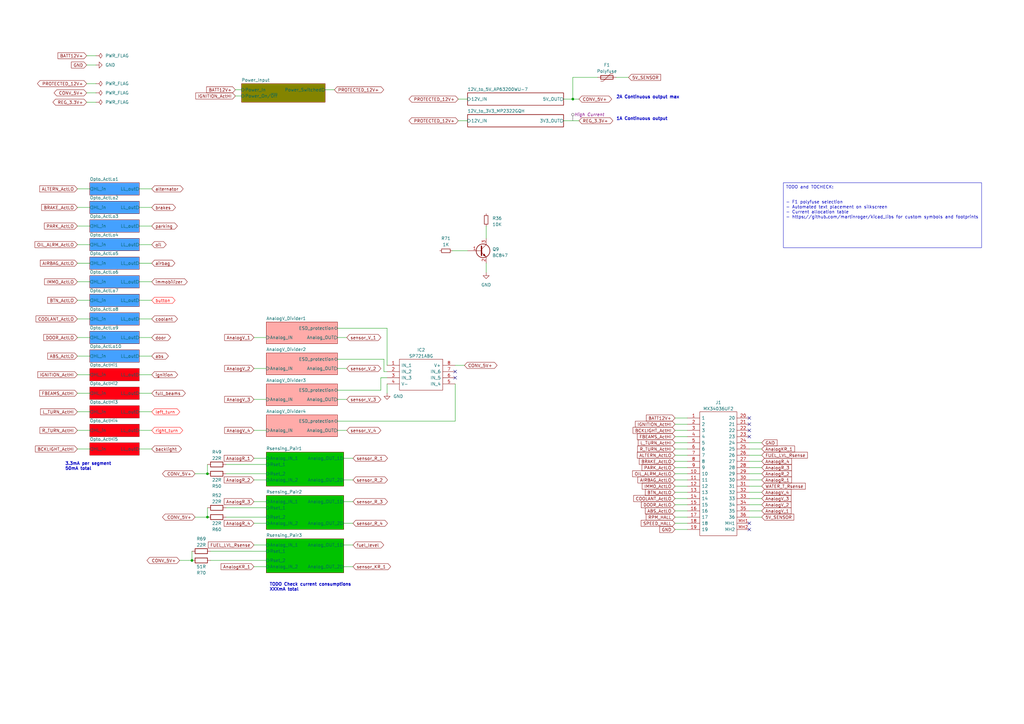
<source format=kicad_sch>
(kicad_sch (version 20230121) (generator eeschema)
  (paper "A3")
  (title_block (title "Vehicle Emulator Board") (date "2025-03-09") (rev "1.0.0") (comment 1 "https://github.com/martinroger/VXDash") (comment 2 "https://cadlab.io/projects/vxdash"))
  (lib_symbols
    (symbol "Device:Polyfuse" (pin_numbers hide) (pin_names (offset 0))
      (property "Reference" "F" (at -2.54 0 90))
      (property "Value" "Polyfuse" (at 2.54 0 90))
      (symbol "Polyfuse_0_1"
        (rectangle (start -0.762 2.54) (end 0.762 -2.54) (stroke (width 0.254)))
        (polyline (pts (xy 0 2.54) (xy 0 -2.54)))
        (polyline (pts (xy -1.524 2.54) (xy -1.524 1.524) (xy 1.524 -1.524) (xy 1.524 -2.54)))
      )
      (symbol "Polyfuse_1_1"
        (pin passive line (at 0 3.81 270) (length 1.27) (name "~") (number "1"))
        (pin passive line (at 0 -3.81 90) (length 1.27) (name "~") (number "2"))
      )
    )
    (symbol "Device:R" (pin_numbers hide) (pin_names (offset 0))
      (property "Reference" "R" (at 2.032 0 90))
      (property "Value" "R" (at 0 0 90))
      (symbol "R_0_1"
        (rectangle (start -1.016 -2.54) (end 1.016 2.54) (stroke (width 0.254)))
      )
      (symbol "R_1_1"
        (pin passive line (at 0 3.81 270) (length 1.27) (name "~") (number "1"))
        (pin passive line (at 0 -3.81 90) (length 1.27) (name "~") (number "2"))
      )
    )
    (symbol "Device:R_Small" (pin_numbers hide) (pin_names (offset 0.254) hide)
      (property "Reference" "R" (at 0.762 0.508 0))
      (property "Value" "R_Small" (at 0.762 -1.016 0))
      (symbol "R_Small_0_1"
        (rectangle (start -0.762 1.778) (end 0.762 -1.778) (stroke (width 0.2032)))
      )
      (symbol "R_Small_1_1"
        (pin passive line (at 0 2.54 270) (length 0.762) (name "~") (number "1"))
        (pin passive line (at 0 -2.54 90) (length 0.762) (name "~") (number "2"))
      )
    )
    (symbol "SamacSys_Parts:MX34036UF2" (pin_names (offset 0.762))
      (property "Reference" "J" (at 21.59 7.62 0))
      (property "Value" "MX34036UF2" (at 21.59 5.08 0))
      (symbol "MX34036UF2_0_0"
        (pin passive line (at 0 0 0) (length 5.08) (name "1") (number "1"))
        (pin passive line (at 0 -22.86 0) (length 5.08) (name "10") (number "10"))
        (pin passive line (at 0 -25.4 0) (length 5.08) (name "11") (number "11"))
        (pin passive line (at 0 -27.94 0) (length 5.08) (name "12") (number "12"))
        (pin passive line (at 0 -30.48 0) (length 5.08) (name "13") (number "13"))
        (pin passive line (at 0 -33.02 0) (length 5.08) (name "14") (number "14"))
        (pin passive line (at 0 -35.56 0) (length 5.08) (name "15") (number "15"))
        (pin passive line (at 0 -38.1 0) (length 5.08) (name "16") (number "16"))
        (pin passive line (at 0 -40.64 0) (length 5.08) (name "17") (number "17"))
        (pin passive line (at 0 -43.18 0) (length 5.08) (name "18") (number "18"))
        (pin passive line (at 0 -45.72 0) (length 5.08) (name "19") (number "19"))
        (pin passive line (at 0 -2.54 0) (length 5.08) (name "2") (number "2"))
        (pin passive line (at 25.4 0 180) (length 5.08) (name "20") (number "20"))
        (pin passive line (at 25.4 -2.54 180) (length 5.08) (name "21") (number "21"))
        (pin passive line (at 25.4 -5.08 180) (length 5.08) (name "22") (number "22"))
        (pin passive line (at 25.4 -7.62 180) (length 5.08) (name "23") (number "23"))
        (pin passive line (at 25.4 -10.16 180) (length 5.08) (name "24") (number "24"))
        (pin passive line (at 25.4 -12.7 180) (length 5.08) (name "25") (number "25"))
        (pin passive line (at 25.4 -15.24 180) (length 5.08) (name "26") (number "26"))
        (pin passive line (at 25.4 -17.78 180) (length 5.08) (name "27") (number "27"))
        (pin passive line (at 25.4 -20.32 180) (length 5.08) (name "28") (number "28"))
        (pin passive line (at 25.4 -22.86 180) (length 5.08) (name "29") (number "29"))
        (pin passive line (at 0 -5.08 0) (length 5.08) (name "3") (number "3"))
        (pin passive line (at 25.4 -25.4 180) (length 5.08) (name "30") (number "30"))
        (pin passive line (at 25.4 -27.94 180) (length 5.08) (name "31") (number "31"))
        (pin passive line (at 25.4 -30.48 180) (length 5.08) (name "32") (number "32"))
        (pin passive line (at 25.4 -33.02 180) (length 5.08) (name "33") (number "33"))
        (pin passive line (at 25.4 -35.56 180) (length 5.08) (name "34") (number "34"))
        (pin passive line (at 25.4 -38.1 180) (length 5.08) (name "35") (number "35"))
        (pin passive line (at 25.4 -40.64 180) (length 5.08) (name "36") (number "36"))
        (pin passive line (at 0 -7.62 0) (length 5.08) (name "4") (number "4"))
        (pin passive line (at 0 -10.16 0) (length 5.08) (name "5") (number "5"))
        (pin passive line (at 0 -12.7 0) (length 5.08) (name "6") (number "6"))
        (pin passive line (at 0 -15.24 0) (length 5.08) (name "7") (number "7"))
        (pin passive line (at 0 -17.78 0) (length 5.08) (name "8") (number "8"))
        (pin passive line (at 0 -20.32 0) (length 5.08) (name "9") (number "9"))
        (pin passive line (at 25.4 -43.18 180) (length 5.08) (name "MH1") (number "MH1"))
        (pin passive line (at 25.4 -45.72 180) (length 5.08) (name "MH2") (number "MH2"))
      )
      (symbol "MX34036UF2_0_1"
        (polyline (pts (xy 5.08 2.54) (xy 20.32 2.54) (xy 20.32 -48.26) (xy 5.08 -48.26) (xy 5.08 2.54)) (stroke (width 0.1524)))
      )
    )
    (symbol "SamacSys_Parts:SP721ABG" (pin_names (offset 0.762))
      (property "Reference" "IC" (at 24.13 7.62 0))
      (property "Value" "SP721ABG" (at 24.13 5.08 0))
      (symbol "SP721ABG_0_0"
        (pin passive line (at 0 0 0) (length 5.08) (name "IN_1") (number "1"))
        (pin passive line (at 0 -2.54 0) (length 5.08) (name "IN_2") (number "2"))
        (pin passive line (at 0 -5.08 0) (length 5.08) (name "IN_3") (number "3"))
        (pin passive line (at 0 -7.62 0) (length 5.08) (name "V-") (number "4"))
        (pin passive line (at 27.94 -7.62 180) (length 5.08) (name "IN_4") (number "5"))
        (pin passive line (at 27.94 -5.08 180) (length 5.08) (name "IN_5") (number "6"))
        (pin passive line (at 27.94 -2.54 180) (length 5.08) (name "IN_6") (number "7"))
        (pin passive line (at 27.94 0 180) (length 5.08) (name "V+") (number "8"))
      )
      (symbol "SP721ABG_0_1"
        (polyline (pts (xy 5.08 2.54) (xy 22.86 2.54) (xy 22.86 -10.16) (xy 5.08 -10.16) (xy 5.08 2.54)) (stroke (width 0.1524)))
      )
    )
    (symbol "Transistor_BJT:BC847" (pin_names (offset 0) hide)
      (property "Reference" "Q" (at 5.08 1.905 0))
      (property "Value" "BC847" (at 5.08 0 0))
      (symbol "BC847_0_1"
        (polyline (pts (xy 0.635 0.635) (xy 2.54 2.54)))
        (polyline (pts (xy 0.635 -0.635) (xy 2.54 -2.54) (xy 2.54 -2.54)))
        (polyline (pts (xy 0.635 1.905) (xy 0.635 -1.905) (xy 0.635 -1.905)) (stroke (width 0.508)))
        (polyline (pts (xy 1.27 -1.778) (xy 1.778 -1.27) (xy 2.286 -2.286) (xy 1.27 -1.778) (xy 1.27 -1.778)) (fill (type outline)))
        (circle (center 1.27 0) (radius 2.8194) (stroke (width 0.254)))
      )
      (symbol "BC847_1_1"
        (pin input line (at -5.08 0 0) (length 5.715) (name "B") (number "1"))
        (pin passive line (at 2.54 -5.08 90) (length 2.54) (name "E") (number "2"))
        (pin passive line (at 2.54 5.08 270) (length 2.54) (name "C") (number "3"))
      )
    )
    (symbol "power:GND" (power) (pin_names (offset 0))
      (property "Value" "GND" (at 0 -3.81 0))
      (symbol "GND_0_1"
        (polyline (pts (xy 0 0) (xy 0 -1.27) (xy 1.27 -1.27) (xy 0 -2.54) (xy -1.27 -1.27) (xy 0 -1.27)))
      )
      (symbol "GND_1_1"
        (pin power_in line (at 0 0 270) (length 0) hide (name "GND") (number "1"))
      )
    )
    (symbol "power:PWR_FLAG" (power) (pin_numbers hide) (pin_names (offset 0) hide)
      (property "Value" "PWR_FLAG" (at 0 3.81 0))
      (symbol "PWR_FLAG_0_0"
        (pin power_out line (at 0 0 90) (length 0) (name "pwr") (number "1"))
      )
      (symbol "PWR_FLAG_0_1"
        (polyline (pts (xy 0 0) (xy 0 1.27) (xy -1.016 1.905) (xy 0 2.54) (xy 1.016 1.905) (xy 0 1.27)))
      )
    )
  )
  (junction (at 234.95 40.64))
  (junction (at 78.74 229.87))
  (junction (at 85.09 212.09))
  (junction (at 85.09 194.31))
  (no_connect (at 186.69 152.4))
  (no_connect (at 307.34 171.45))
  (no_connect (at 307.34 179.07))
  (no_connect (at 186.69 154.94))
  (no_connect (at 307.34 173.99))
  (no_connect (at 307.34 217.17))
  (no_connect (at 307.34 176.53))
  (no_connect (at 307.34 214.63))
  (wire (pts (xy 156.21 154.94) (xy 158.75 154.94)))
  (wire (pts (xy 307.34 191.77) (xy 312.42 191.77)))
  (wire (pts (xy 138.43 176.53) (xy 142.24 176.53)))
  (wire (pts (xy 138.43 172.72) (xy 186.69 172.72)))
  (wire (pts (xy 78.74 226.06) (xy 78.74 229.87)))
  (wire (pts (xy 231.14 49.53) (xy 237.49 49.53)))
  (wire (pts (xy 57.15 107.95) (xy 62.23 107.95)))
  (wire (pts (xy 276.86 196.85) (xy 281.94 196.85)))
  (wire (pts (xy 234.95 31.75) (xy 234.95 40.64)))
  (wire (pts (xy 31.75 161.29) (xy 36.83 161.29)))
  (wire (pts (xy 276.86 171.45) (xy 281.94 171.45)))
  (wire (pts (xy 86.36 226.06) (xy 109.22 226.06)))
  (wire (pts (xy 104.14 176.53) (xy 109.22 176.53)))
  (wire (pts (xy 57.15 138.43) (xy 62.23 138.43)))
  (wire (pts (xy 31.75 92.71) (xy 36.83 92.71)))
  (wire (pts (xy 312.42 212.09) (xy 307.34 212.09)))
  (wire (pts (xy 138.43 151.13) (xy 142.24 151.13)))
  (wire (pts (xy 133.35 36.83) (xy 137.16 36.83)))
  (wire (pts (xy 312.42 181.61) (xy 307.34 181.61)))
  (wire (pts (xy 140.97 223.52) (xy 144.78 223.52)))
  (wire (pts (xy 104.14 223.52) (xy 109.22 223.52)))
  (wire (pts (xy 57.15 130.81) (xy 62.23 130.81)))
  (wire (pts (xy 92.71 190.5) (xy 109.22 190.5)))
  (wire (pts (xy 57.15 161.29) (xy 62.23 161.29)))
  (wire (pts (xy 307.34 196.85) (xy 312.42 196.85)))
  (wire (pts (xy 312.42 184.15) (xy 307.34 184.15)))
  (wire (pts (xy 85.09 208.28) (xy 85.09 212.09)))
  (wire (pts (xy 31.75 85.09) (xy 36.83 85.09)))
  (wire (pts (xy 312.42 201.93) (xy 307.34 201.93)))
  (wire (pts (xy 187.96 40.64) (xy 191.77 40.64)))
  (wire (pts (xy 276.86 207.01) (xy 281.94 207.01)))
  (wire (pts (xy 31.75 184.15) (xy 36.83 184.15)))
  (wire (pts (xy 57.15 184.15) (xy 62.23 184.15)))
  (wire (pts (xy 276.86 176.53) (xy 281.94 176.53)))
  (wire (pts (xy 276.86 209.55) (xy 281.94 209.55)))
  (wire (pts (xy 35.56 26.67) (xy 39.37 26.67)))
  (wire (pts (xy 96.52 39.37) (xy 99.06 39.37)))
  (wire (pts (xy 31.75 176.53) (xy 36.83 176.53)))
  (wire (pts (xy 138.43 134.62) (xy 158.75 134.62)))
  (wire (pts (xy 312.42 209.55) (xy 307.34 209.55)))
  (wire (pts (xy 57.15 77.47) (xy 62.23 77.47)))
  (wire (pts (xy 307.34 186.69) (xy 312.42 186.69)))
  (wire (pts (xy 187.96 49.53) (xy 191.77 49.53)))
  (wire (pts (xy 57.15 153.67) (xy 62.23 153.67)))
  (wire (pts (xy 186.69 172.72) (xy 186.69 157.48)))
  (wire (pts (xy 73.66 229.87) (xy 78.74 229.87)))
  (wire (pts (xy 85.09 190.5) (xy 85.09 194.31)))
  (wire (pts (xy 199.39 92.71) (xy 199.39 97.79)))
  (wire (pts (xy 312.42 204.47) (xy 307.34 204.47)))
  (wire (pts (xy 138.43 138.43) (xy 142.24 138.43)))
  (wire (pts (xy 104.14 214.63) (xy 109.22 214.63)))
  (wire (pts (xy 276.86 179.07) (xy 281.94 179.07)))
  (wire (pts (xy 57.15 92.71) (xy 62.23 92.71)))
  (wire (pts (xy 276.86 214.63) (xy 281.94 214.63)))
  (wire (pts (xy 276.86 191.77) (xy 281.94 191.77)))
  (wire (pts (xy 276.86 184.15) (xy 281.94 184.15)))
  (wire (pts (xy 276.86 186.69) (xy 281.94 186.69)))
  (wire (pts (xy 158.75 134.62) (xy 158.75 149.86)))
  (wire (pts (xy 31.75 115.57) (xy 36.83 115.57)))
  (wire (pts (xy 276.86 199.39) (xy 281.94 199.39)))
  (wire (pts (xy 92.71 212.09) (xy 109.22 212.09)))
  (wire (pts (xy 57.15 115.57) (xy 62.23 115.57)))
  (wire (pts (xy 276.86 204.47) (xy 281.94 204.47)))
  (wire (pts (xy 276.86 212.09) (xy 281.94 212.09)))
  (wire (pts (xy 35.56 34.29) (xy 39.37 34.29)))
  (wire (pts (xy 157.48 147.32) (xy 157.48 152.4)))
  (wire (pts (xy 312.42 207.01) (xy 307.34 207.01)))
  (wire (pts (xy 138.43 163.83) (xy 142.24 163.83)))
  (wire (pts (xy 307.34 189.23) (xy 312.42 189.23)))
  (wire (pts (xy 92.71 208.28) (xy 109.22 208.28)))
  (wire (pts (xy 31.75 100.33) (xy 36.83 100.33)))
  (wire (pts (xy 62.23 146.05) (xy 57.15 146.05)))
  (wire (pts (xy 276.86 189.23) (xy 281.94 189.23)))
  (wire (pts (xy 312.42 199.39) (xy 307.34 199.39)))
  (wire (pts (xy 104.14 232.41) (xy 109.22 232.41)))
  (wire (pts (xy 138.43 147.32) (xy 157.48 147.32)))
  (wire (pts (xy 104.14 138.43) (xy 109.22 138.43)))
  (wire (pts (xy 234.95 31.75) (xy 245.11 31.75)))
  (wire (pts (xy 138.43 160.02) (xy 156.21 160.02)))
  (wire (pts (xy 140.97 187.96) (xy 144.78 187.96)))
  (wire (pts (xy 31.75 123.19) (xy 36.83 123.19)))
  (wire (pts (xy 86.36 229.87) (xy 109.22 229.87)))
  (wire (pts (xy 231.14 40.64) (xy 234.95 40.64)))
  (wire (pts (xy 35.56 41.91) (xy 39.37 41.91)))
  (wire (pts (xy 92.71 194.31) (xy 109.22 194.31)))
  (wire (pts (xy 31.75 168.91) (xy 36.83 168.91)))
  (wire (pts (xy 140.97 196.85) (xy 144.78 196.85)))
  (wire (pts (xy 31.75 107.95) (xy 36.83 107.95)))
  (wire (pts (xy 104.14 205.74) (xy 109.22 205.74)))
  (wire (pts (xy 57.15 100.33) (xy 62.23 100.33)))
  (wire (pts (xy 31.75 146.05) (xy 36.83 146.05)))
  (wire (pts (xy 157.48 152.4) (xy 158.75 152.4)))
  (wire (pts (xy 104.14 196.85) (xy 109.22 196.85)))
  (wire (pts (xy 104.14 187.96) (xy 109.22 187.96)))
  (wire (pts (xy 186.69 149.86) (xy 190.5 149.86)))
  (wire (pts (xy 80.01 194.31) (xy 85.09 194.31)))
  (wire (pts (xy 57.15 176.53) (xy 62.23 176.53)))
  (wire (pts (xy 158.75 157.48) (xy 158.75 161.29)))
  (wire (pts (xy 80.01 212.09) (xy 85.09 212.09)))
  (wire (pts (xy 276.86 201.93) (xy 281.94 201.93)))
  (wire (pts (xy 140.97 232.41) (xy 144.78 232.41)))
  (wire (pts (xy 140.97 205.74) (xy 144.78 205.74)))
  (wire (pts (xy 276.86 217.17) (xy 281.94 217.17)))
  (wire (pts (xy 31.75 130.81) (xy 36.83 130.81)))
  (wire (pts (xy 276.86 173.99) (xy 281.94 173.99)))
  (wire (pts (xy 276.86 194.31) (xy 281.94 194.31)))
  (wire (pts (xy 185.42 102.87) (xy 191.77 102.87)))
  (wire (pts (xy 31.75 153.67) (xy 36.83 153.67)))
  (wire (pts (xy 276.86 181.61) (xy 281.94 181.61)))
  (wire (pts (xy 57.15 123.19) (xy 62.23 123.19)))
  (wire (pts (xy 307.34 194.31) (xy 312.42 194.31)))
  (wire (pts (xy 31.75 77.47) (xy 36.83 77.47)))
  (wire (pts (xy 199.39 107.95) (xy 199.39 111.76)))
  (wire (pts (xy 234.95 40.64) (xy 237.49 40.64)))
  (wire (pts (xy 104.14 151.13) (xy 109.22 151.13)))
  (wire (pts (xy 35.56 38.1) (xy 39.37 38.1)))
  (wire (pts (xy 57.15 168.91) (xy 62.23 168.91)))
  (wire (pts (xy 96.52 36.83) (xy 99.06 36.83)))
  (wire (pts (xy 252.73 31.75) (xy 257.81 31.75)))
  (wire (pts (xy 57.15 85.09) (xy 62.23 85.09)))
  (wire (pts (xy 31.75 138.43) (xy 36.83 138.43)))
  (wire (pts (xy 156.21 160.02) (xy 156.21 154.94)))
  (wire (pts (xy 140.97 214.63) (xy 144.78 214.63)))
  (wire (pts (xy 35.56 22.86) (xy 39.37 22.86)))
  (wire (pts (xy 104.14 163.83) (xy 109.22 163.83)))
  (text_box "TODO and TOCHECK: \n \n\n- F1 polyfuse selection\n- Automated text placement on silkscreen\n- Current allocation table\n- https://github.com/martinroger/kicad_libs for custom symbols and footprints\n\n\n" (at 321.31 74.93 0) (size 81.28 26.67) (effects (font (size 1.27 1.27)) (justify left top)))
  (text "3.3mA per segment\n50mA total\n" (at 26.67 193.04 0) (effects (font (size 1.27 1.27) bold) (justify left bottom)))
  (text "TODO Check current consumptions \nXXXmA total" (at 110.49 242.57 0) (effects (font (size 1.27 1.27) bold) (justify left bottom)))
  (text "2A Continuous output max" (at 252.73 40.64 0) (effects (font (size 1.27 1.27) bold) (justify left bottom)))
  (text "1A Continuous output" (at 252.73 49.53 0) (effects (font (size 1.27 1.27) bold) (justify left bottom)))
  (global_label "AnalogV_2" (shape input) (at 312.42 207.01 0) (property "Intersheetrefs" "${INTERSHEET_REFS}" (effects hide)))
  (global_label "oil" (shape bidirectional) (at 62.23 100.33 0) (property "Intersheetrefs" "${INTERSHEET_REFS}" (effects hide)))
  (global_label "brakes" (shape bidirectional) (at 62.23 85.09 0) (property "Intersheetrefs" "${INTERSHEET_REFS}" (effects hide)))
  (global_label "AnalogV_2" (shape input) (at 104.14 151.13 180) (property "Intersheetrefs" "${INTERSHEET_REFS}" (effects hide)))
  (global_label "ABS_ActLO" (shape input) (at 31.75 146.05 180) (property "Intersheetrefs" "${INTERSHEET_REFS}" (effects hide)))
  (global_label "IGNITION_ActHI" (shape input) (at 96.52 39.37 180) (property "Intersheetrefs" "${INTERSHEET_REFS}" (effects hide)))
  (global_label "RPM_HALL" (shape input) (at 276.86 212.09 180) (property "Intersheetrefs" "${INTERSHEET_REFS}" (effects hide)))
  (global_label "CONV_5V+" (shape bidirectional) (at 80.01 212.09 180) (property "Intersheetrefs" "${INTERSHEET_REFS}" (effects hide)))
  (global_label "AnalogV_3" (shape input) (at 312.42 204.47 0) (property "Intersheetrefs" "${INTERSHEET_REFS}" (effects hide)))
  (global_label "IGNITION_ActHI" (shape input) (at 276.86 173.99 180) (property "Intersheetrefs" "${INTERSHEET_REFS}" (effects hide)))
  (global_label "ALTERN_ActLO" (shape input) (at 31.75 77.47 180) (property "Intersheetrefs" "${INTERSHEET_REFS}" (effects hide)))
  (global_label "FBEAMS_ActHI" (shape input) (at 31.75 161.29 180) (property "Intersheetrefs" "${INTERSHEET_REFS}" (effects hide)))
  (global_label "DOOR_ActLO" (shape input) (at 276.86 207.01 180) (property "Intersheetrefs" "${INTERSHEET_REFS}" (effects hide)))
  (global_label "button" (shape bidirectional) (at 62.23 123.19 0) (property "Intersheetrefs" "${INTERSHEET_REFS}" (effects hide)))
  (global_label "sensor_R_4" (shape bidirectional) (at 144.78 214.63 0) (property "Intersheetrefs" "${INTERSHEET_REFS}" (effects hide)))
  (global_label "AnalogR_2" (shape input) (at 312.42 194.31 0) (property "Intersheetrefs" "${INTERSHEET_REFS}" (effects hide)))
  (global_label "FUEL_LVL_Rsense" (shape input) (at 312.42 186.69 0) (property "Intersheetrefs" "${INTERSHEET_REFS}" (effects hide)))
  (global_label "AnalogKR_1" (shape input) (at 104.14 232.41 180) (property "Intersheetrefs" "${INTERSHEET_REFS}" (effects hide)))
  (global_label "R_TURN_ActHI" (shape input) (at 276.86 184.15 180) (property "Intersheetrefs" "${INTERSHEET_REFS}" (effects hide)))
  (global_label "COOLANT_ActLO" (shape input) (at 276.86 204.47 180) (property "Intersheetrefs" "${INTERSHEET_REFS}" (effects hide)))
  (global_label "sensor_R_2" (shape bidirectional) (at 144.78 196.85 0) (property "Intersheetrefs" "${INTERSHEET_REFS}" (effects hide)))
  (global_label "FUEL_LVL_Rsense" (shape input) (at 104.14 223.52 180) (property "Intersheetrefs" "${INTERSHEET_REFS}" (effects hide)))
  (global_label "OIL_ALRM_ActLO" (shape input) (at 31.75 100.33 180) (property "Intersheetrefs" "${INTERSHEET_REFS}" (effects hide)))
  (global_label "BTN_ActLO" (shape input) (at 276.86 201.93 180) (property "Intersheetrefs" "${INTERSHEET_REFS}" (effects hide)))
  (global_label "PROTECTED_12V+" (shape bidirectional) (at 187.96 49.53 180) (property "Intersheetrefs" "${INTERSHEET_REFS}" (effects hide)))
  (global_label "FBEAMS_ActHI" (shape input) (at 276.86 179.07 180) (property "Intersheetrefs" "${INTERSHEET_REFS}" (effects hide)))
  (global_label "AnalogV_1" (shape input) (at 312.42 209.55 0) (property "Intersheetrefs" "${INTERSHEET_REFS}" (effects hide)))
  (global_label "AnalogR_3" (shape input) (at 104.14 205.74 180) (property "Intersheetrefs" "${INTERSHEET_REFS}" (effects hide)))
  (global_label "AnalogKR_1" (shape input) (at 312.42 184.15 0) (property "Intersheetrefs" "${INTERSHEET_REFS}" (effects hide)))
  (global_label "PROTECTED_12V+" (shape bidirectional) (at 137.16 36.83 0) (property "Intersheetrefs" "${INTERSHEET_REFS}" (effects hide)))
  (global_label "5V_SENSOR" (shape input) (at 312.42 212.09 0) (property "Intersheetrefs" "${INTERSHEET_REFS}" (effects hide)))
  (global_label "airbag" (shape bidirectional) (at 62.23 107.95 0) (property "Intersheetrefs" "${INTERSHEET_REFS}" (effects hide)))
  (global_label "ALTERN_ActLO" (shape input) (at 276.86 186.69 180) (property "Intersheetrefs" "${INTERSHEET_REFS}" (effects hide)))
  (global_label "R_TURN_ActHI" (shape input) (at 31.75 176.53 180) (property "Intersheetrefs" "${INTERSHEET_REFS}" (effects hide)))
  (global_label "AnalogR_4" (shape input) (at 312.42 189.23 0) (property "Intersheetrefs" "${INTERSHEET_REFS}" (effects hide)))
  (global_label "OIL_ALRM_ActLO" (shape input) (at 276.86 194.31 180) (property "Intersheetrefs" "${INTERSHEET_REFS}" (effects hide)))
  (global_label "GND" (shape input) (at 276.86 217.17 180) (property "Intersheetrefs" "${INTERSHEET_REFS}" (effects hide)))
  (global_label "AIRBAG_ActLO" (shape input) (at 31.75 107.95 180) (property "Intersheetrefs" "${INTERSHEET_REFS}" (effects hide)))
  (global_label "BCKLIGHT_ActHI" (shape input) (at 31.75 184.15 180) (property "Intersheetrefs" "${INTERSHEET_REFS}" (effects hide)))
  (global_label "BATT12V+" (shape input) (at 96.52 36.83 180) (property "Intersheetrefs" "${INTERSHEET_REFS}" (effects hide)))
  (global_label "DOOR_ActLO" (shape input) (at 31.75 138.43 180) (property "Intersheetrefs" "${INTERSHEET_REFS}" (effects hide)))
  (global_label "sensor_V_3" (shape bidirectional) (at 142.24 163.83 0) (property "Intersheetrefs" "${INTERSHEET_REFS}" (effects hide)))
  (global_label "PROTECTED_12V+" (shape bidirectional) (at 187.96 40.64 180) (property "Intersheetrefs" "${INTERSHEET_REFS}" (effects hide)))
  (global_label "GND" (shape input) (at 35.56 26.67 180) (property "Intersheetrefs" "${INTERSHEET_REFS}" (effects hide)))
  (global_label "sensor_R_1" (shape bidirectional) (at 144.78 187.96 0) (property "Intersheetrefs" "${INTERSHEET_REFS}" (effects hide)))
  (global_label "left_turn" (shape bidirectional) (at 62.23 168.91 0) (property "Intersheetrefs" "${INTERSHEET_REFS}" (effects hide)))
  (global_label "AnalogR_2" (shape input) (at 104.14 196.85 180) (property "Intersheetrefs" "${INTERSHEET_REFS}" (effects hide)))
  (global_label "sensor_V_1" (shape bidirectional) (at 142.24 138.43 0) (property "Intersheetrefs" "${INTERSHEET_REFS}" (effects hide)))
  (global_label "AnalogV_4" (shape input) (at 104.14 176.53 180) (property "Intersheetrefs" "${INTERSHEET_REFS}" (effects hide)))
  (global_label "AnalogR_1" (shape input) (at 104.14 187.96 180) (property "Intersheetrefs" "${INTERSHEET_REFS}" (effects hide)))
  (global_label "AIRBAG_ActLO" (shape input) (at 276.86 196.85 180) (property "Intersheetrefs" "${INTERSHEET_REFS}" (effects hide)))
  (global_label "BCKLIGHT_ActHI" (shape input) (at 276.86 176.53 180) (property "Intersheetrefs" "${INTERSHEET_REFS}" (effects hide)))
  (global_label "CONV_5V+" (shape bidirectional) (at 80.01 194.31 180) (property "Intersheetrefs" "${INTERSHEET_REFS}" (effects hide)))
  (global_label "IMMO_ActLO" (shape input) (at 31.75 115.57 180) (property "Intersheetrefs" "${INTERSHEET_REFS}" (effects hide)))
  (global_label "BRAKE_ActLO" (shape input) (at 31.75 85.09 180) (property "Intersheetrefs" "${INTERSHEET_REFS}" (effects hide)))
  (global_label "L_TURN_ActHI" (shape input) (at 31.75 168.91 180) (property "Intersheetrefs" "${INTERSHEET_REFS}" (effects hide)))
  (global_label "parking" (shape bidirectional) (at 62.23 92.71 0) (property "Intersheetrefs" "${INTERSHEET_REFS}" (effects hide)))
  (global_label "REG_3.3V+" (shape bidirectional) (at 35.56 41.91 180) (property "Intersheetrefs" "${INTERSHEET_REFS}" (effects hide)))
  (global_label "PROTECTED_12V+" (shape bidirectional) (at 35.56 34.29 180) (property "Intersheetrefs" "${INTERSHEET_REFS}" (effects hide)))
  (global_label "backlight" (shape bidirectional) (at 62.23 184.15 0) (property "Intersheetrefs" "${INTERSHEET_REFS}" (effects hide)))
  (global_label "sensor_V_4" (shape bidirectional) (at 142.24 176.53 0) (property "Intersheetrefs" "${INTERSHEET_REFS}" (effects hide)))
  (global_label "CONV_5V+" (shape bidirectional) (at 35.56 38.1 180) (property "Intersheetrefs" "${INTERSHEET_REFS}" (effects hide)))
  (global_label "alternator" (shape bidirectional) (at 62.23 77.47 0) (property "Intersheetrefs" "${INTERSHEET_REFS}" (effects hide)))
  (global_label "CONV_5V+" (shape bidirectional) (at 237.49 40.64 0) (property "Intersheetrefs" "${INTERSHEET_REFS}" (effects hide)))
  (global_label "AnalogR_4" (shape input) (at 104.14 214.63 180) (property "Intersheetrefs" "${INTERSHEET_REFS}" (effects hide)))
  (global_label "BATT12V+" (shape input) (at 276.86 171.45 180) (property "Intersheetrefs" "${INTERSHEET_REFS}" (effects hide)))
  (global_label "door" (shape bidirectional) (at 62.23 138.43 0) (property "Intersheetrefs" "${INTERSHEET_REFS}" (effects hide)))
  (global_label "ignition" (shape bidirectional) (at 62.23 153.67 0) (property "Intersheetrefs" "${INTERSHEET_REFS}" (effects hide)))
  (global_label "immobilizer" (shape bidirectional) (at 62.23 115.57 0) (property "Intersheetrefs" "${INTERSHEET_REFS}" (effects hide)))
  (global_label "BATT12V+" (shape input) (at 35.56 22.86 180) (property "Intersheetrefs" "${INTERSHEET_REFS}" (effects hide)))
  (global_label "full_beams" (shape bidirectional) (at 62.23 161.29 0) (property "Intersheetrefs" "${INTERSHEET_REFS}" (effects hide)))
  (global_label "sensor_KR_1" (shape bidirectional) (at 144.78 232.41 0) (property "Intersheetrefs" "${INTERSHEET_REFS}" (effects hide)))
  (global_label "right_turn" (shape bidirectional) (at 62.23 176.53 0) (property "Intersheetrefs" "${INTERSHEET_REFS}" (effects hide)))
  (global_label "SPEED_HALL" (shape input) (at 276.86 214.63 180) (property "Intersheetrefs" "${INTERSHEET_REFS}" (effects hide)))
  (global_label "AnalogV_3" (shape input) (at 104.14 163.83 180) (property "Intersheetrefs" "${INTERSHEET_REFS}" (effects hide)))
  (global_label "L_TURN_ActHI" (shape input) (at 276.86 181.61 180) (property "Intersheetrefs" "${INTERSHEET_REFS}" (effects hide)))
  (global_label "AnalogR_3" (shape input) (at 312.42 191.77 0) (property "Intersheetrefs" "${INTERSHEET_REFS}" (effects hide)))
  (global_label "BTN_ActLO" (shape input) (at 31.75 123.19 180) (property "Intersheetrefs" "${INTERSHEET_REFS}" (effects hide)))
  (global_label "5V_SENSOR" (shape input) (at 257.81 31.75 0) (property "Intersheetrefs" "${INTERSHEET_REFS}" (effects hide)))
  (global_label "PARK_ActLO" (shape input) (at 276.86 191.77 180) (property "Intersheetrefs" "${INTERSHEET_REFS}" (effects hide)))
  (global_label "BRAKE_ActLO" (shape input) (at 276.86 189.23 180) (property "Intersheetrefs" "${INTERSHEET_REFS}" (effects hide)))
  (global_label "AnalogV_1" (shape input) (at 104.14 138.43 180) (property "Intersheetrefs" "${INTERSHEET_REFS}" (effects hide)))
  (global_label "CONV_5V+" (shape bidirectional) (at 73.66 229.87 180) (property "Intersheetrefs" "${INTERSHEET_REFS}" (effects hide)))
  (global_label "COOLANT_ActLO" (shape input) (at 31.75 130.81 180) (property "Intersheetrefs" "${INTERSHEET_REFS}" (effects hide)))
  (global_label "PARK_ActLO" (shape input) (at 31.75 92.71 180) (property "Intersheetrefs" "${INTERSHEET_REFS}" (effects hide)))
  (global_label "REG_3.3V+" (shape bidirectional) (at 237.49 49.53 0) (property "Intersheetrefs" "${INTERSHEET_REFS}" (effects hide)))
  (global_label "sensor_V_2" (shape bidirectional) (at 142.24 151.13 0) (property "Intersheetrefs" "${INTERSHEET_REFS}" (effects hide)))
  (global_label "AnalogR_1" (shape input) (at 312.42 196.85 0) (property "Intersheetrefs" "${INTERSHEET_REFS}" (effects hide)))
  (global_label "IMMO_ActLO" (shape input) (at 276.86 199.39 180) (property "Intersheetrefs" "${INTERSHEET_REFS}" (effects hide)))
  (global_label "IGNITION_ActHI" (shape input) (at 31.75 153.67 180) (property "Intersheetrefs" "${INTERSHEET_REFS}" (effects hide)))
  (global_label "abs" (shape bidirectional) (at 62.23 146.05 0) (property "Intersheetrefs" "${INTERSHEET_REFS}" (effects hide)))
  (global_label "coolant" (shape bidirectional) (at 62.23 130.81 0) (property "Intersheetrefs" "${INTERSHEET_REFS}" (effects hide)))
  (global_label "fuel_level" (shape bidirectional) (at 144.78 223.52 0) (property "Intersheetrefs" "${INTERSHEET_REFS}" (effects hide)))
  (global_label "WATER_T_Rsense" (shape input) (at 312.42 199.39 0) (property "Intersheetrefs" "${INTERSHEET_REFS}" (effects hide)))
  (global_label "sensor_R_3" (shape bidirectional) (at 144.78 205.74 0) (property "Intersheetrefs" "${INTERSHEET_REFS}" (effects hide)))
  (global_label "CONV_5V+" (shape bidirectional) (at 190.5 149.86 0) (property "Intersheetrefs" "${INTERSHEET_REFS}" (effects hide)))
  (global_label "GND" (shape input) (at 312.42 181.61 0) (property "Intersheetrefs" "${INTERSHEET_REFS}" (effects hide)))
  (global_label "ABS_ActLO" (shape input) (at 276.86 209.55 180) (property "Intersheetrefs" "${INTERSHEET_REFS}" (effects hide)))
  (global_label "AnalogV_4" (shape input) (at 312.42 201.93 0) (property "Intersheetrefs" "${INTERSHEET_REFS}" (effects hide)))
  (netclass_flag "" (length 2.54) (shape round) (at 234.95 49.53 0) (property "Netclass" "High Current" (at 235.5596 46.99 0) (effects (font italic) (justify left))))
  (symbol (lib_id "Device:R") (at 82.55 226.06 90) (unit 1)
    (property "Reference" "R69" (at 82.55 220.98 90))
    (property "Value" "22R" (at 82.55 223.52 90))
    (property "Footprint" "Resistor_SMD:R_0603_1608Metric" (effects hide))
    (property "Datasheet" "https://www.yageo.com/upload/media/product/productsearch/datasheet/rchip/PYu-RC_Group_51_RoHS_L_12.pdf" (effects hide))
    (property "Description" "RES 22 OHM 1% 1/10W 0603" (effects hide))
    (property "Manufacturer_Name" "Yageo" (effects hide))
    (property "Manufacturer_Part_Number" "RC0603FR-0722RL" (effects hide))
  )
  (symbol (lib_id "SamacSys_Parts:SP721ABG") (at 158.75 149.86 0) (unit 1)
    (property "Reference" "IC2" (at 172.72 143.51 0))
    (property "Value" "SP721ABG" (at 172.72 146.05 0))
    (property "Footprint" "SamacSys_Parts:SOIC127P600X175-8N" (effects hide))
    (property "Datasheet" "https://componentsearchengine.com/Datasheets/2/SP721ABG.pdf" (effects hide))
    (property "Description" "TVS Diode Arrays" (effects hide))
    (property "Height" "1.75" (effects hide))
    (property "Manufacturer_Name" "LITTELFUSE" (effects hide))
    (property "Manufacturer_Part_Number" "SP721ABG" (effects hide))
    (property "Mouser Part Number" "576-SP721ABG" (effects hide))
    (property "Mouser Price/Stock" "https://www.mouser.co.uk/ProductDetail/Littelfuse/SP721ABG?qs=RnOBYWd%2Fz7d8f274izhUNQ%3D%3D" (effects hide))
    (property "Arrow Part Number" "SP721ABG" (effects hide))
    (property "Arrow Price/Stock" "https://www.arrow.com/en/products/sp721abg/littelfuse?region=europe" (effects hide))
  )
  (symbol (lib_id "Device:Polyfuse") (at 248.92 31.75 90) (unit 1)
    (property "Reference" "F1" (at 248.92 26.67 90))
    (property "Value" "Polyfuse" (at 248.92 29.21 90))
    (property "Footprint" "Fuse:Fuse_1210_3225Metric" (effects hide))
  )
  (symbol (lib_id "Device:R") (at 88.9 194.31 270) (mirror x) (unit 1)
    (property "Reference" "R50" (at 88.9 199.39 90))
    (property "Value" "22R" (at 88.9 196.85 90))
    (property "Footprint" "Resistor_SMD:R_0603_1608Metric" (effects hide))
    (property "Datasheet" "https://www.yageo.com/upload/media/product/productsearch/datasheet/rchip/PYu-RC_Group_51_RoHS_L_12.pdf" (effects hide))
    (property "Description" "RES 22 OHM 1% 1/10W 0603" (effects hide))
    (property "Manufacturer_Name" "Yageo" (effects hide))
    (property "Manufacturer_Part_Number" "RC0603FR-0722RL" (effects hide))
  )
  (symbol (lib_id "power:GND") (at 158.75 161.29 0) (unit 1)
    (property "Reference" "#PWR06" (effects hide))
    (property "Value" "GND" (at 161.29 162.5599 0) (effects (justify left)))
  )
  (symbol (lib_id "power:PWR_FLAG") (at 39.37 41.91 270) (unit 1)
    (property "Reference" "#FLG05" (effects hide))
    (property "Value" "PWR_FLAG" (at 43.18 41.91 90) (effects (justify left)))
  )
  (symbol (lib_id "Device:R") (at 82.55 229.87 270) (mirror x) (unit 1)
    (property "Reference" "R70" (at 82.55 234.95 90))
    (property "Value" "51R" (at 82.55 232.41 90))
    (property "Footprint" "Resistor_SMD:R_0603_1608Metric" (effects hide))
    (property "Datasheet" "https://www.seielect.com/Catalog/SEI-RMCF_RMCP.pdf" (effects hide))
    (property "Description" "RES 51 OHM 1% 1/10W 0603" (effects hide))
    (property "Manufacturer_Name" "Yageo" (effects hide))
    (property "Manufacturer_Part_Number" "RMCF0603FT51R0" (effects hide))
  )
  (symbol (lib_id "power:GND") (at 39.37 26.67 90) (unit 1)
    (property "Reference" "#PWR01" (effects hide))
    (property "Value" "GND" (at 43.18 26.6699 90) (effects (justify right)))
  )
  (symbol (lib_id "power:PWR_FLAG") (at 39.37 22.86 270) (unit 1)
    (property "Reference" "#FLG01" (effects hide))
    (property "Value" "PWR_FLAG" (at 43.18 22.86 90) (effects (justify left)))
  )
  (symbol (lib_id "Device:R_Small") (at 199.39 90.17 0) (unit 1)
    (property "Reference" "R36" (at 201.93 89.535 0) (effects (justify left)))
    (property "Value" "10K" (at 201.93 92.075 0) (effects (justify left)))
  )
  (symbol (lib_id "Device:R") (at 88.9 212.09 270) (mirror x) (unit 1)
    (property "Reference" "R60" (at 88.9 217.17 90))
    (property "Value" "22R" (at 88.9 214.63 90))
    (property "Footprint" "Resistor_SMD:R_0603_1608Metric" (effects hide))
    (property "Datasheet" "https://www.yageo.com/upload/media/product/productsearch/datasheet/rchip/PYu-RC_Group_51_RoHS_L_12.pdf" (effects hide))
    (property "Description" "RES 22 OHM 1% 1/10W 0603" (effects hide))
    (property "Manufacturer_Name" "Yageo" (effects hide))
    (property "Manufacturer_Part_Number" "RC0603FR-0722RL" (effects hide))
  )
  (symbol (lib_id "power:PWR_FLAG") (at 39.37 38.1 270) (unit 1)
    (property "Reference" "#FLG04" (effects hide))
    (property "Value" "PWR_FLAG" (at 43.18 38.1 90) (effects (justify left)))
  )
  (symbol (lib_id "Device:R") (at 88.9 208.28 90) (unit 1)
    (property "Reference" "R52" (at 88.9 203.2 90))
    (property "Value" "22R" (at 88.9 205.74 90))
    (property "Footprint" "Resistor_SMD:R_0603_1608Metric" (effects hide))
    (property "Datasheet" "https://www.yageo.com/upload/media/product/productsearch/datasheet/rchip/PYu-RC_Group_51_RoHS_L_12.pdf" (effects hide))
    (property "Description" "RES 22 OHM 1% 1/10W 0603" (effects hide))
    (property "Manufacturer_Name" "Yageo" (effects hide))
    (property "Manufacturer_Part_Number" "RC0603FR-0722RL" (effects hide))
  )
  (symbol (lib_id "Device:R") (at 88.9 190.5 90) (unit 1)
    (property "Reference" "R49" (at 88.9 185.42 90))
    (property "Value" "22R" (at 88.9 187.96 90))
    (property "Footprint" "Resistor_SMD:R_0603_1608Metric" (effects hide))
    (property "Datasheet" "https://www.yageo.com/upload/media/product/productsearch/datasheet/rchip/PYu-RC_Group_51_RoHS_L_12.pdf" (effects hide))
    (property "Description" "RES 22 OHM 1% 1/10W 0603" (effects hide))
    (property "Manufacturer_Name" "Yageo" (effects hide))
    (property "Manufacturer_Part_Number" "RC0603FR-0722RL" (effects hide))
  )
  (symbol (lib_id "Transistor_BJT:BC847") (at 196.85 102.87 0) (unit 1)
    (property "Reference" "Q9" (at 201.93 102.235 0) (effects (justify left)))
    (property "Value" "BC847" (at 201.93 104.775 0) (effects (justify left)))
    (property "Footprint" "Package_TO_SOT_SMD:SOT-23" (effects hide))
    (property "Datasheet" "http://www.infineon.com/dgdl/Infineon-BC847SERIES_BC848SERIES_BC849SERIES_BC850SERIES-DS-v01_01-en.pdf?fileId=db3a304314dca389011541d4630a1657" (effects hide))
  )
  (symbol (lib_id "power:PWR_FLAG") (at 39.37 34.29 270) (unit 1)
    (property "Reference" "#FLG03" (effects hide))
    (property "Value" "PWR_FLAG" (at 43.18 34.29 90) (effects (justify left)))
  )
  (symbol (lib_id "Device:R_Small") (at 182.88 102.87 90) (unit 1)
    (property "Reference" "R71" (at 182.88 97.79 90))
    (property "Value" "1K" (at 182.88 100.33 90))
  )
  (symbol (lib_id "SamacSys_Parts:MX34036UF2") (at 281.94 171.45 0) (unit 1)
    (property "Reference" "J1" (at 294.64 165.1 0))
    (property "Value" "MX34036UF2" (at 294.64 167.64 0))
    (property "Footprint" "SamacSys_Parts:MX34036UF2" (effects hide))
    (property "Datasheet" "https://www.jae.com/direct/topics/topics_file_download/topics_id=64949&ext_no=06&index=0&_lang=en&v=2022010514364886684309" (effects hide))
    (property "Description" "JAE MX34 Series, 2.2mm Pitch 36 Way 2 Row Straight PCB Header, Solder Termination, 3A" (effects hide))
    (property "Height" "24.2" (effects hide))
    (property "Manufacturer_Name" "JAE Electronics" (effects hide))
    (property "Manufacturer_Part_Number" "MX34036UF2" (effects hide))
    (property "Mouser Part Number" "656-MX34036UF2" (effects hide))
    (property "Mouser Price/Stock" "https://www.mouser.co.uk/ProductDetail/JAE-Electronics/MX34036UF2?qs=e1Y2jJE%2FU%252BuyuoVnq0V0JQ%3D%3D" (effects hide))
  )
  (symbol (lib_id "power:GND") (at 199.39 111.76 0) (unit 1)
    (property "Reference" "#PWR04" (effects hide))
    (property "Value" "GND" (at 199.39 116.84 0))
  )
  (sheet (at 109.22 144.78) (size 29.21 8.89) (stroke (width 0.1524)) (fill (color 255 171 169 1.0000))
    (property "Sheetname" "AnalogV_Divider2" (at 109.22 144.0684 0) (effects (justify left bottom)))
    (property "Sheetfile" "AnalogV_Divider.kicad_sch" (effects hide))
    (pin "Analog_OUT" output (at 138.43 151.13 0))
    (pin "ESD_protection" bidirectional (at 138.43 147.32 0))
    (pin "Analog_IN" input (at 109.22 151.13 180))
  )
  (sheet (at 36.83 74.93) (size 20.32 5.08) (stroke (width 0.1524)) (fill (color 68 161 255 1.0000))
    (property "Sheetname" "Opto_ActLo1" (at 36.83 74.2184 0) (effects (justify left bottom)))
    (property "Sheetfile" "Opto_ActLo.kicad_sch" (effects hide))
    (pin "LL_out" output (at 57.15 77.47 0))
    (pin "HL_in" output (at 36.83 77.47 180))
  )
  (sheet (at 191.77 46.99) (size 39.37 5.08) (stroke (width 0.1524))
    (property "Sheetname" "12V_to_3V3_MP2322GQH" (at 191.77 46.2784 0) (effects (justify left bottom)))
    (property "Sheetfile" "12V_to_3V3_MP2322GQH.kicad_sch" (effects hide))
    (pin "3V3_OUT" output (at 231.14 49.53 0))
    (pin "12V_IN" input (at 191.77 49.53 180))
  )
  (sheet (at 109.22 185.42) (size 31.75 13.97) (stroke (width 0.1524)) (fill (color 0 194 0 1.0000))
    (property "Sheetname" "Rsensing_Pair1" (at 109.22 184.7084 0) (effects (justify left bottom)))
    (property "Sheetfile" "Rsensing_Pair.kicad_sch" (effects hide))
    (pin "Analog_IN_2" input (at 109.22 196.85 180))
    (pin "Analog_OUT_2" output (at 140.97 196.85 0))
    (pin "Analog_IN_1" input (at 109.22 187.96 180))
    (pin "Analog_OUT_1" output (at 140.97 187.96 0))
    (pin "Rset_2" input (at 109.22 194.31 180))
    (pin "Rset_1" input (at 109.22 190.5 180))
  )
  (sheet (at 36.83 135.89) (size 20.32 5.08) (stroke (width 0.1524)) (fill (color 68 161 255 1.0000))
    (property "Sheetname" "Opto_ActLo9" (at 36.83 135.1784 0) (effects (justify left bottom)))
    (property "Sheetfile" "Opto_ActLo.kicad_sch" (effects hide))
    (pin "LL_out" output (at 57.15 138.43 0))
    (pin "HL_in" output (at 36.83 138.43 180))
  )
  (sheet (at 36.83 173.99) (size 20.32 5.08) (stroke (width 0.1524)) (fill (color 255 0 17 1.0000))
    (property "Sheetname" "Opto_ActHi4" (at 36.83 173.2784 0) (effects (justify left bottom)))
    (property "Sheetfile" "Opto_ActHi.kicad_sch" (effects hide))
    (pin "LL_out" output (at 57.15 176.53 0))
    (pin "HL_in" output (at 36.83 176.53 180))
  )
  (sheet (at 109.22 132.08) (size 29.21 8.89) (stroke (width 0.1524)) (fill (color 255 171 169 1.0000))
    (property "Sheetname" "AnalogV_Divider1" (at 109.22 131.3684 0) (effects (justify left bottom)))
    (property "Sheetfile" "AnalogV_Divider.kicad_sch" (effects hide))
    (pin "Analog_OUT" output (at 138.43 138.43 0))
    (pin "ESD_protection" bidirectional (at 138.43 134.62 0))
    (pin "Analog_IN" input (at 109.22 138.43 180))
  )
  (sheet (at 36.83 181.61) (size 20.32 5.08) (stroke (width 0.1524)) (fill (color 255 0 17 1.0000))
    (property "Sheetname" "Opto_ActHi5" (at 36.83 180.8984 0) (effects (justify left bottom)))
    (property "Sheetfile" "Opto_ActHi.kicad_sch" (effects hide))
    (pin "LL_out" output (at 57.15 184.15 0))
    (pin "HL_in" output (at 36.83 184.15 180))
  )
  (sheet (at 36.83 151.13) (size 20.32 5.08) (stroke (width 0.1524)) (fill (color 255 0 17 1.0000))
    (property "Sheetname" "Opto_ActHi1" (at 36.83 150.4184 0) (effects (justify left bottom)))
    (property "Sheetfile" "Opto_ActHi.kicad_sch" (effects hide))
    (pin "LL_out" output (at 57.15 153.67 0))
    (pin "HL_in" output (at 36.83 153.67 180))
  )
  (sheet (at 36.83 143.51) (size 20.32 5.08) (stroke (width 0.1524)) (fill (color 68 161 255 1.0000))
    (property "Sheetname" "Opto_ActLo10" (at 36.83 142.7984 0) (effects (justify left bottom)))
    (property "Sheetfile" "Opto_ActLo.kicad_sch" (effects hide))
    (pin "LL_out" output (at 57.15 146.05 0))
    (pin "HL_in" output (at 36.83 146.05 180))
  )
  (sheet (at 36.83 90.17) (size 20.32 5.08) (stroke (width 0.1524)) (fill (color 68 161 255 1.0000))
    (property "Sheetname" "Opto_ActLo3" (at 36.83 89.4584 0) (effects (justify left bottom)))
    (property "Sheetfile" "Opto_ActLo.kicad_sch" (effects hide))
    (pin "LL_out" output (at 57.15 92.71 0))
    (pin "HL_in" output (at 36.83 92.71 180))
  )
  (sheet (at 36.83 97.79) (size 20.32 5.08) (stroke (width 0.1524)) (fill (color 68 161 255 1.0000))
    (property "Sheetname" "Opto_ActLo4" (at 36.83 97.0784 0) (effects (justify left bottom)))
    (property "Sheetfile" "Opto_ActLo.kicad_sch" (effects hide))
    (pin "LL_out" output (at 57.15 100.33 0))
    (pin "HL_in" output (at 36.83 100.33 180))
  )
  (sheet (at 36.83 120.65) (size 20.32 5.08) (stroke (width 0.1524)) (fill (color 68 161 255 1.0000))
    (property "Sheetname" "Opto_ActLo7" (at 36.83 119.9384 0) (effects (justify left bottom)))
    (property "Sheetfile" "Opto_ActLo.kicad_sch" (effects hide))
    (pin "LL_out" output (at 57.15 123.19 0))
    (pin "HL_in" output (at 36.83 123.19 180))
  )
  (sheet (at 109.22 170.18) (size 29.21 8.89) (stroke (width 0.1524)) (fill (color 255 171 169 1.0000))
    (property "Sheetname" "AnalogV_Divider4" (at 109.22 169.4684 0) (effects (justify left bottom)))
    (property "Sheetfile" "AnalogV_Divider.kicad_sch" (effects hide))
    (pin "Analog_OUT" output (at 138.43 176.53 0))
    (pin "ESD_protection" bidirectional (at 138.43 172.72 0))
    (pin "Analog_IN" input (at 109.22 176.53 180))
  )
  (sheet (at 36.83 105.41) (size 20.32 5.08) (stroke (width 0.1524)) (fill (color 68 161 255 1.0000))
    (property "Sheetname" "Opto_ActLo5" (at 36.83 104.6984 0) (effects (justify left bottom)))
    (property "Sheetfile" "Opto_ActLo.kicad_sch" (effects hide))
    (pin "LL_out" output (at 57.15 107.95 0))
    (pin "HL_in" output (at 36.83 107.95 180))
  )
  (sheet (at 36.83 113.03) (size 20.32 5.08) (stroke (width 0.1524)) (fill (color 68 161 255 1.0000))
    (property "Sheetname" "Opto_ActLo6" (at 36.83 112.3184 0) (effects (justify left bottom)))
    (property "Sheetfile" "Opto_ActLo.kicad_sch" (effects hide))
    (pin "LL_out" output (at 57.15 115.57 0))
    (pin "HL_in" output (at 36.83 115.57 180))
  )
  (sheet (at 36.83 166.37) (size 20.32 5.08) (stroke (width 0.1524)) (fill (color 255 0 17 1.0000))
    (property "Sheetname" "Opto_ActHi3" (at 36.83 165.6584 0) (effects (justify left bottom)))
    (property "Sheetfile" "Opto_ActHi.kicad_sch" (effects hide))
    (pin "LL_out" output (at 57.15 168.91 0))
    (pin "HL_in" output (at 36.83 168.91 180))
  )
  (sheet (at 109.22 157.48) (size 29.21 8.89) (stroke (width 0.1524)) (fill (color 255 171 169 1.0000))
    (property "Sheetname" "AnalogV_Divider3" (at 109.22 156.7684 0) (effects (justify left bottom)))
    (property "Sheetfile" "AnalogV_Divider.kicad_sch" (effects hide))
    (pin "Analog_OUT" output (at 138.43 163.83 0))
    (pin "ESD_protection" bidirectional (at 138.43 160.02 0))
    (pin "Analog_IN" input (at 109.22 163.83 180))
  )
  (sheet (at 99.06 34.29) (size 34.29 7.62) (stroke (width 0.1524)) (fill (color 132 132 0 1.0000))
    (property "Sheetname" "Power_Input" (at 99.06 33.5784 0) (effects (justify left bottom)))
    (property "Sheetfile" "Power_Input.kicad_sch" (effects hide))
    (pin "Power_Switched" output (at 133.35 36.83 0))
    (pin "Power_In" input (at 99.06 36.83 180))
    (pin "Power_On{slash}~{Off}" input (at 99.06 39.37 180))
  )
  (sheet (at 109.22 220.98) (size 31.75 13.97) (stroke (width 0.1524)) (fill (color 0 194 0 1.0000))
    (property "Sheetname" "Rsensing_Pair3" (at 109.22 220.2684 0) (effects (justify left bottom)))
    (property "Sheetfile" "Rsensing_Pair.kicad_sch" (effects hide))
    (pin "Analog_IN_2" input (at 109.22 232.41 180))
    (pin "Analog_OUT_2" output (at 140.97 232.41 0))
    (pin "Analog_IN_1" input (at 109.22 223.52 180))
    (pin "Analog_OUT_1" output (at 140.97 223.52 0))
    (pin "Rset_2" input (at 109.22 229.87 180))
    (pin "Rset_1" input (at 109.22 226.06 180))
  )
  (sheet (at 36.83 158.75) (size 20.32 5.08) (stroke (width 0.1524)) (fill (color 255 0 17 1.0000))
    (property "Sheetname" "Opto_ActHi2" (at 36.83 158.0384 0) (effects (justify left bottom)))
    (property "Sheetfile" "Opto_ActHi.kicad_sch" (effects hide))
    (pin "LL_out" output (at 57.15 161.29 0))
    (pin "HL_in" output (at 36.83 161.29 180))
  )
  (sheet (at 109.22 203.2) (size 31.75 13.97) (stroke (width 0.1524)) (fill (color 0 194 0 1.0000))
    (property "Sheetname" "Rsensing_Pair2" (at 109.22 202.4884 0) (effects (justify left bottom)))
    (property "Sheetfile" "Rsensing_Pair.kicad_sch" (effects hide))
    (pin "Analog_IN_2" input (at 109.22 214.63 180))
    (pin "Analog_OUT_2" output (at 140.97 214.63 0))
    (pin "Analog_IN_1" input (at 109.22 205.74 180))
    (pin "Analog_OUT_1" output (at 140.97 205.74 0))
    (pin "Rset_2" input (at 109.22 212.09 180))
    (pin "Rset_1" input (at 109.22 208.28 180))
  )
  (sheet (at 191.77 38.1) (size 39.37 5.08) (stroke (width 0.1524))
    (property "Sheetname" "12V_to_5V_AP63200WU-7" (at 191.77 37.3884 0) (effects (justify left bottom)))
    (property "Sheetfile" "12V_to_5V_AP63200WU-7.kicad_sch" (effects hide))
    (pin "5V_OUT" output (at 231.14 40.64 0))
    (pin "12V_IN" input (at 191.77 40.64 180))
  )
  (sheet (at 36.83 128.27) (size 20.32 5.08) (stroke (width 0.1524)) (fill (color 68 161 255 1.0000))
    (property "Sheetname" "Opto_ActLo8" (at 36.83 127.5584 0) (effects (justify left bottom)))
    (property "Sheetfile" "Opto_ActLo.kicad_sch" (effects hide))
    (pin "LL_out" output (at 57.15 130.81 0))
    (pin "HL_in" output (at 36.83 130.81 180))
  )
  (sheet (at 36.83 82.55) (size 20.32 5.08) (stroke (width 0.1524)) (fill (color 68 161 255 1.0000))
    (property "Sheetname" "Opto_ActLo2" (at 36.83 81.8384 0) (effects (justify left bottom)))
    (property "Sheetfile" "Opto_ActLo.kicad_sch" (effects hide))
    (pin "LL_out" output (at 57.15 85.09 0))
    (pin "HL_in" output (at 36.83 85.09 180))
  )
)
</source>
